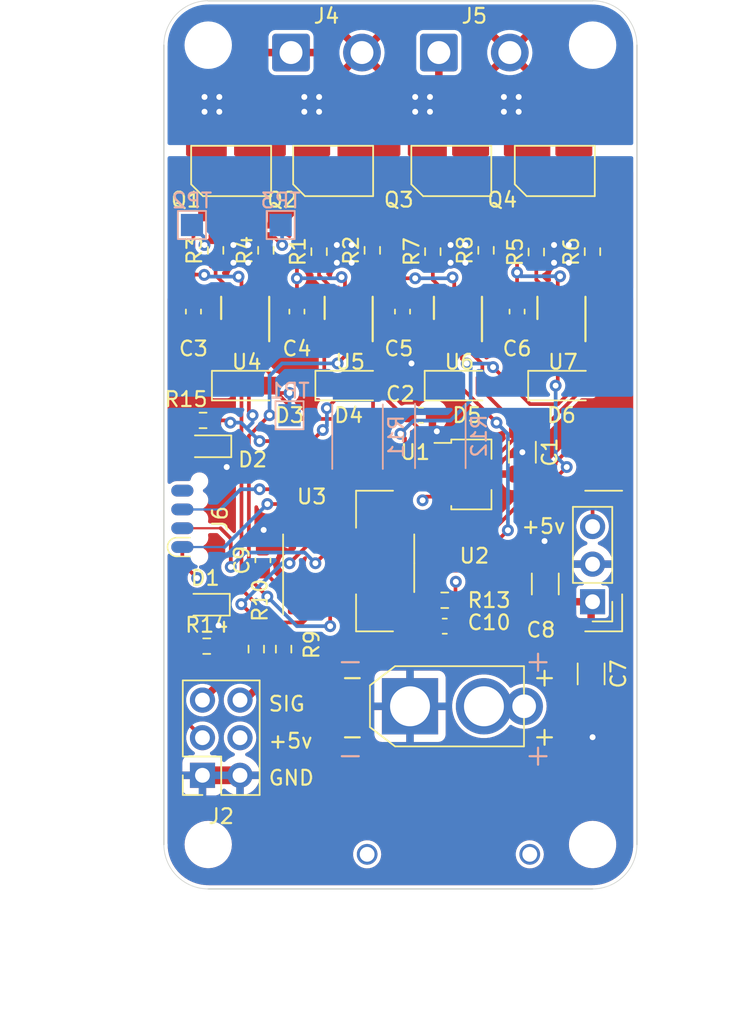
<source format=kicad_pcb>
(kicad_pcb (version 20210424) (generator pcbnew)
  (layers (0 "F.Cu" signal) (1 "In1.Cu" signal) (2 "In2.Cu" signal) (31 "B.Cu" signal) (34 "B.Paste" user) (35 "F.Paste" user) (36 "B.SilkS" user "B.Silkscreen") (37 "F.SilkS" user "F.Silkscreen") (38 "B.Mask" user) (39 "F.Mask" user) (44 "Edge.Cuts" user))
  (net 0 "")
  (net 1 "+12V")
  (net 2 "GND")
  (net 3 "VBAT")
  (net 4 "+5V")
  (net 5 "PWMIN_1")
  (net 6 "PWMIN_2")
  (net 7 "RXDEBUG")
  (net 10 "UPDI")
  (net 12 "TXDEBUG")
  (net 13 "MOTORF_1")
  (net 14 "MOTORR_1")
  (net 15 "MOTORF_2")
  (net 16 "MOTORR_2")
  (net 17 "MOTOR_ENABLE_2")
  (net 18 "/driver1/BOOST1")
  (net 19 "/driver1/MOTORS2")
  (net 20 "/driver1/BOOST2")
  (net 21 "/driver1/MOTORS1")
  (net 22 "/driver2/BOOST1")
  (net 23 "/driver2/MOTORS2")
  (net 24 "/driver2/BOOST2")
  (net 25 "/driver2/MOTORS1")
  (net 26 "/driver1/GATEH1")
  (net 27 "GNDSHUNT")
  (net 28 "/driver1/GATEL1")
  (net 29 "/driver1/GATEH2")
  (net 30 "/driver1/GATEL2")
  (net 31 "/driver2/GATEH1")
  (net 32 "/driver2/GATEL1")
  (net 33 "/driver2/GATEH2")
  (net 34 "/driver2/GATEL2")
  (net 35 "/driver1/MOTORH2")
  (net 36 "/driver1/MOTORL2")
  (net 37 "/driver1/MOTORH1")
  (net 38 "/driver1/MOTORL1")
  (net 39 "/driver2/MOTORH2")
  (net 40 "/driver2/MOTORL2")
  (net 41 "/driver2/MOTORH1")
  (net 42 "/driver2/MOTORL1")
  (net 43 "MOTOR_ENABLE_1")
  (net 44 "/P1")
  (net 45 "/P2")
  (net 46 "/ISENSE")
  (net 47 "Net-(D1-Pad2)")
  (net 48 "Net-(D2-Pad2)")
  (footprint "Capacitor_SMD:C_0603_1608Metric" (layer "F.Cu") (at 107.5 92 90)
    (fp_text reference "C3")
    (fp_text value "2.2uF 50V")
  )
  (footprint "Resistor_SMD:R_0603_1608Metric" (layer "F.Cu") (at 127.2925 87.8625 90)
    (fp_text reference "R8")
    (fp_text value "10R")
  )
  (footprint "Resistor_SMD:R_0603_1608Metric" (layer "F.Cu") (at 116 87.95 90)
    (fp_text reference "R1")
    (fp_text value "10R")
  )
  (footprint "Resistor_SMD:R_0603_1608Metric" (layer "F.Cu") (at 123.6925 87.95 90)
    (fp_text reference "R7")
    (fp_text value "10R")
  )
  (footprint "Connector_Wire:SolderWire-0.75sqmm_1x02_P4.8mm_D1.25mm_OD2.3mm" (layer "F.Cu") (at 114.1 74.5)
    (fp_text reference "J4")
    (fp_text value "motor_out")
  )
  (footprint "beetledouble:Infineon-PG-TDSON" (layer "F.Cu") (at 124.9425 82.5)
    (fp_text reference "Q3")
    (fp_text value "AON6884")
  )
  (footprint "Package_TO_SOT_SMD:SOT-89-3" (layer "F.Cu") (at 126 103)
    (fp_text reference "U1")
    (fp_text value "78L12G-AB3-R ")
  )
  (footprint "Diode_SMD:D_SOD-123" (layer "F.Cu") (at 125.3925 97)
    (fp_text reference "D5")
    (fp_text value "B5819W")
  )
  (footprint "Diode_SMD:D_SOD-123" (layer "F.Cu") (at 132.3925 97)
    (fp_text reference "D6")
    (fp_text value "B5819W")
  )
  (footprint "Resistor_SMD:R_0603_1608Metric" (layer "F.Cu") (at 130.6925 87.975 90)
    (fp_text reference "R5")
    (fp_text value "10R")
  )
  (footprint "Capacitor_SMD:C_0603_1608Metric" (layer "F.Cu") (at 121.6425 92 90)
    (fp_text reference "C5")
    (fp_text value "2.2uF 50V")
  )
  (footprint "beetledouble:Infineon-PG-TDSON" (layer "F.Cu") (at 110.05 82.5)
    (fp_text reference "Q1")
    (fp_text value "AON6884")
  )
  (footprint "Capacitor_SMD:C_0603_1608Metric" (layer "F.Cu") (at 112.2 108.8 90)
    (fp_text reference "C9")
    (fp_text value "0.1uF")
  )
  (footprint "MountingHole:MountingHole_2.7mm_M2.5" (layer "F.Cu") (at 134.5 128)
    (fp_text reference "H1" hide)
    (fp_text value "MountingHole" hide)
  )
  (footprint "Capacitor_SMD:C_1206_3216Metric" (layer "F.Cu") (at 129.75 101.5 -90)
    (fp_text reference "C1")
    (fp_text value "10uF 50V")
  )
  (footprint "Capacitor_SMD:C_1206_3216Metric" (layer "F.Cu") (at 134.4 116.475 -90)
    (fp_text reference "C7")
    (fp_text value "10uF 50V")
  )
  (footprint "Capacitor_SMD:C_0603_1608Metric" (layer "F.Cu") (at 122.8925 99)
    (fp_text reference "C2")
    (fp_text value "2.2uF 50V")
  )
  (footprint "Resistor_SMD:R_0603_1608Metric" (layer "F.Cu") (at 111.75 114.8 90)
    (fp_text reference "R10")
    (fp_text value "1k")
  )
  (footprint "Capacitor_SMD:C_1206_3216Metric" (layer "F.Cu") (at 131.3 110.4 90)
    (fp_text reference "C8")
    (fp_text value "10uF 50V")
  )
  (footprint "LED_SMD:LED_0603_1608Metric_Pad1.05x0.95mm_HandSolder" (layer "F.Cu") (at 108.3 111.8 180)
    (fp_text reference "D1")
    (fp_text value "LED")
  )
  (footprint "beetledouble:DFN-8-3x3mm_hand1" (layer "F.Cu") (at 111 92.5 90)
    (fp_text reference "U4")
    (fp_text value "ADP3110A")
  )
  (footprint "MountingHole:MountingHole_2.7mm_M2.5" (layer "F.Cu") (at 108.5 128)
    (fp_text reference "H2" hide)
    (fp_text value "MountingHole" hide)
  )
  (footprint "beetledouble:Infineon-PG-TDSON" (layer "F.Cu") (at 116.95 82.5)
    (fp_text reference "Q2")
    (fp_text value "AON6884")
  )
  (footprint "Resistor_SMD:R_0603_1608Metric" (layer "F.Cu") (at 112.4 87.8625 90)
    (fp_text reference "R4")
    (fp_text value "10R")
  )
  (footprint "beetledouble:Infineon-PG-TDSON" (layer "F.Cu") (at 131.9425 82.5)
    (fp_text reference "Q4")
    (fp_text value "AON6884")
  )
  (footprint "Resistor_SMD:R_0603_1608Metric" (layer "F.Cu") (at 109 87.8625 90)
    (fp_text reference "R3")
    (fp_text value "10R")
  )
  (footprint "beetledouble:DFN-8-3x3mm_hand1" (layer "F.Cu") (at 132.3925 92.5 90)
    (fp_text reference "U7")
    (fp_text value "ADP3110A")
  )
  (footprint "LED_SMD:LED_0603_1608Metric_Pad1.05x0.95mm_HandSolder" (layer "F.Cu") (at 108.4 101.1 180)
    (fp_text reference "D2")
    (fp_text value "LED")
  )
  (footprint "Resistor_SMD:R_0603_1608Metric" (layer "F.Cu") (at 108.15 99.35)
    (fp_text reference "R15")
    (fp_text value "1k")
  )
  (footprint "Capacitor_SMD:C_0603_1608Metric" (layer "F.Cu") (at 114.5 92 90)
    (fp_text reference "C4")
    (fp_text value "2.2uF 50V")
  )
  (footprint "Capacitor_SMD:C_0603_1608Metric" (layer "F.Cu") (at 129.3925 92 90)
    (fp_text reference "C6")
    (fp_text value "2.2uF 50V")
  )
  (footprint "Diode_SMD:D_SOD-123" (layer "F.Cu") (at 111 97)
    (fp_text reference "D3")
    (fp_text value "B5819W")
  )
  (footprint "Connector_PinSocket_2.54mm:PinSocket_2x03_P2.54mm_Vertical" (layer "F.Cu") (at 108.11 123.325 180)
    (fp_text reference "J2")
    (fp_text value "rxin")
  )
  (footprint "Package_SO:SOIC-14_3.9x8.7mm_P1.27mm" (layer "F.Cu") (at 118 109 90)
    (fp_text reference "U3")
    (fp_text value "ATtiny1614-SS")
  )
  (footprint "Resistor_SMD:R_0603_1608Metric" (layer "F.Cu") (at 108.4 114.6)
    (fp_text reference "R14")
    (fp_text value "1k")
  )
  (footprint "beetledouble:DFN-8-3x3mm_hand1" (layer "F.Cu") (at 125.3925 92.5 90)
    (fp_text reference "U6")
    (fp_text value "ADP3110A")
  )
  (footprint "Connector_Wire:SolderWire-0.75sqmm_1x02_P4.8mm_D1.25mm_OD2.3mm" (layer "F.Cu") (at 124.1 74.5)
    (fp_text reference "J5")
    (fp_text value "motor_out")
  )
  (footprint "Resistor_SMD:R_0603_1608Metric" (layer "F.Cu") (at 119.6 87.8625 90)
    (fp_text reference "R2")
    (fp_text value "10R")
  )
  (footprint "Diode_SMD:D_SOD-123" (layer "F.Cu") (at 118 97)
    (fp_text reference "D4")
    (fp_text value "B5819W")
  )
  (footprint "beetledouble:beetlepower" (layer "F.Cu") (at 122.25 118.6625)
    (fp_text reference "J1" hide)
    (fp_text value "XT30PW-M")
  )
  (footprint "Resistor_SMD:R_0603_1608Metric" (layer "F.Cu") (at 113.6 114.8 90)
    (fp_text reference "R9")
    (fp_text value "1k")
  )
  (footprint "MountingHole:MountingHole_2.7mm_M2.5" (layer "F.Cu") (at 134.5 74)
    (fp_text reference "H3" hide)
    (fp_text value "MountingHole" hide)
  )
  (footprint "Resistor_SMD:R_0603_1608Metric" (layer "F.Cu") (at 134.4925 87.95 90)
    (fp_text reference "R6")
    (fp_text value "10R")
  )
  (footprint "beetledouble:SOIC_clipProgSmall" (layer "F.Cu") (at 106 106 -90)
    (fp_text reference "J6")
    (fp_text value "prog connector")
  )
  (footprint "MountingHole:MountingHole_2.7mm_M2.5" (layer "F.Cu") (at 108.5 74)
    (fp_text reference "H4" hide)
    (fp_text value "MountingHole" hide)
  )
  (footprint "beetledouble:DFN-8-3x3mm_hand1" (layer "F.Cu") (at 118 92.5 90)
    (fp_text reference "U5")
    (fp_text value "ADP3110A")
  )
  (footprint "Capacitor_SMD:C_0603_1608Metric" (layer "F.Cu") (at 124.5 113.25)
    (fp_text reference "C10")
    (fp_text value "2.2uF")
  )
  (footprint "Resistor_SMD:R_0603_1608Metric" (layer "F.Cu") (at 124.5 111.5 180)
    (fp_text reference "R13")
    (fp_text value "1k")
  )
  (footprint "beetledouble:aliexpress_regulator_3p" (layer "F.Cu") (at 134.5 111.6 180)
    (fp_text reference "U2")
    (fp_text value "DD4012SB")
  )
  (footprint "Resistor_SMD:R_2512_6332Metric_Pad1.40x3.35mm_HandSolder" (layer "B.Cu") (at 124.2 100.4 90)
    (fp_text reference "R12")
    (fp_text value "0.01 ohm")
  )
  (footprint "TestPoint:TestPoint_Pad_1.5x1.5mm" (layer "B.Cu") (at 107.4 86.15 180)
    (fp_text reference "TP2")
    (fp_text value "TestPoint")
  )
  (footprint "TestPoint:TestPoint_Pad_1.5x1.5mm" (layer "B.Cu") (at 114 99 180)
    (fp_text reference "TP1")
    (fp_text value "TestPoint")
  )
  (footprint "TestPoint:TestPoint_Pad_1.5x1.5mm" (layer "B.Cu") (at 113.4 86.15 180)
    (fp_text reference "TP3")
    (fp_text value "TestPoint")
  )
  (footprint "Resistor_SMD:R_2512_6332Metric_Pad1.40x3.35mm_HandSolder" (layer "B.Cu") (at 118.6 100.45 90)
    (fp_text reference "R11")
    (fp_text value "0.01 ohm")
  )
  (gr_arc (start 134.5 128) (end 137.5 128) (angle 90) (layer "Edge.Cuts") (width 0.05))
  (gr_line (start 108.5 71) (end 134.5 71) (layer "Edge.Cuts") (width 0.1))
  (gr_arc (start 134.5 74) (end 134.5 71) (angle 90) (layer "Edge.Cuts") (width 0.05))
  (gr_arc (start 108.5 128) (end 108.5 131) (angle 90) (layer "Edge.Cuts") (width 0.05))
  (gr_line (start 134.5 131) (end 108.5 131) (layer "Edge.Cuts") (width 0.1))
  (gr_arc (start 108.5 74) (end 105.5 74) (angle 90) (layer "Edge.Cuts") (width 0.05))
  (gr_line (start 137.5 74) (end 137.5 128) (layer "Edge.Cuts") (width 0.1))
  (gr_line (start 105.5 128) (end 105.5 74) (layer "Edge.Cuts") (width 0.1))
  (gr_text "-" (at 118.11 115.57) (layer "B.SilkS") (effects (font (size 1.5 1.5))))
  (gr_text "+" (at 130.81 121.92) (layer "B.SilkS") (effects (font (size 1.5 1.5))))
  (gr_text "+" (at 130.81 115.57) (layer "B.SilkS") (effects (font (size 1.5 1.5))))
  (gr_text "-" (at 118.11 121.92) (layer "B.SilkS") (effects (font (size 1.5 1.5))))
  (gr_text "+5v" (at 112.5 121) (layer "F.SilkS") (effects (font (size 1 1)) (justify left)))
  (gr_text "SIG" (at 112.5 118.5) (layer "F.SilkS") (effects (font (size 1 1)) (justify left)))
  (gr_text "GND" (at 112.5 123.5) (layer "F.SilkS") (effects (font (size 1 1)) (justify left)))
  (gr_text "+5v" (at 132.75 106.5) (layer "F.SilkS") (effects (font (size 1 1)) (justify right)))
  (segment (start 119 99.25) (end 114.9 99.25) (width 0.25) (layer "F.Cu") (net 1))
  (segment (start 111.75 95.25) (end 111.75 94.2) (width 0.25) (layer "F.Cu") (net 1))
  (segment (start 122.1175 99.2675) (end 124.35 101.5) (width 0.25) (layer "F.Cu") (net 1))
  (segment (start 128.275 101.5) (end 129.75 100.025) (width 0.25) (layer "F.Cu") (net 1))
  (segment (start 134 96.9575) (end 134.0425 97) (width 0.25) (layer "F.Cu") (net 1))
  (segment (start 127.0425 97.3175) (end 127.0425 97) (width 0.25) (layer "F.Cu") (net 1))
  (segment (start 133.1425 94.2) (end 134 95.0575) (width 0.25) (layer "F.Cu") (net 1))
  (segment (start 119.65 97) (end 119.65 95.9) (width 0.25) (layer "F.Cu") (net 1))
  (segment (start 126.1425 94.6425) (end 127.0425 95.5425) (width 0.25) (layer "F.Cu") (net 1))
  (segment (start 114.9 99.25) (end 112.65 97) (width 0.25) (layer "F.Cu") (net 1))
  (segment (start 122.1175 99) (end 122.1175 99.2675) (width 0.25) (layer "F.Cu") (net 1))
  (segment (start 131.0175 100.025) (end 134.0425 97) (width 0.25) (layer "F.Cu") (net 1))
  (segment (start 124.35 101.5) (end 128.275 101.5) (width 0.25) (layer "F.Cu") (net 1))
  (segment (start 129.75 100.025) (end 127.0425 97.3175) (width 0.25) (layer "F.Cu") (net 1))
  (segment (start 119.65 97) (end 119.65 98.6) (width 0.25) (layer "F.Cu") (net 1))
  (segment (start 112.65 97) (end 112.65 96.15) (width 0.25) (layer "F.Cu") (net 1))
  (segment (start 134 95.0575) (end 134 96.9575) (width 0.25) (layer "F.Cu") (net 1))
  (segment (start 113.15 97.5) (end 112.65 97) (width 0.25) (layer "F.Cu") (net 1))
  (segment (start 112.65 96.15) (end 111.75 95.25) (width 0.25) (layer "F.Cu") (net 1))
  (segment (start 118.75 95) (end 118.75 94.2) (width 0.25) (layer "F.Cu") (net 1))
  (segment (start 121.65 99) (end 119.65 97) (width 0.25) (layer "F.Cu") (net 1))
  (segment (start 129.75 100.025) (end 131.0175 100.025) (width 0.25) (layer "F.Cu") (net 1))
  (segment (start 127.0425 95.5425) (end 127.0425 97) (width 0.25) (layer "F.Cu") (net 1))
  (segment (start 122.1175 99) (end 121.65 99) (width 0.25) (layer "F.Cu") (net 1))
  (segment (start 119.65 95.9) (end 118.75 95) (width 0.25) (layer "F.Cu") (net 1))
  (segment (start 119.65 98.6) (end 119 99.25) (width 0.25) (layer "F.Cu") (net 1))
  (segment (start 114 97.5) (end 113.15 97.5) (width 0.25) (layer "F.Cu") (net 1))
  (segment (start 126.1425 94.2) (end 126.1425 94.6425) (width 0.25) (layer "F.Cu") (net 1))
  (via (at 114 97.5) (size 0.8) (drill 0.4) (layers "F.Cu" "B.Cu") (net 1))
  (segment (start 114 99) (end 114 97.5) (width 0.25) (layer "B.Cu") (net 1))
  (segment (start 108.11 123.325) (end 110.65 123.325) (width 1.2) (layer "F.Cu") (net 2))
  (segment (start 122.5 92) (end 118.5 92) (width 0.25) (layer "F.Cu") (net 2))
  (segment (start 107.25 105.365) (end 109.135 105.365) (width 0.15) (layer "F.Cu") (net 2))
  (segment (start 124.4375 103) (end 126.25 103) (width 0.25) (layer "F.Cu") (net 2))
  (segment (start 109.135 105.365) (end 109.75 104.75) (width 0.25) (layer "F.Cu") (net 2))
  (segment (start 132.6425 90.8) (end 132.6425 92.25) (width 0.25) (layer "F.Cu") (net 2))
  (segment (start 134.5 109.06) (end 131.435 109.06) (width 0.5) (layer "F.Cu") (net 2))
  (segment (start 109.75 104.75) (end 109.75 102.5) (width 0.25) (layer "F.Cu") (net 2))
  (segment (start 125.6425 90.8) (end 125.6425 92.25) (width 0.25) (layer "F.Cu") (net 2))
  (segment (start 131.25 107.5) (end 131.25 108.875) (width 0.25) (layer "F.Cu") (net 2))
  (segment (start 125.6425 92.25) (end 125.3925 92.5) (width 0.25) (layer "F.Cu") (net 2))
  (segment (start 109.175 111.8) (end 109.175 113.175) (width 0.25) (layer "F.Cu") (net 2))
  (segment (start 116 92.5) (end 115.5 92) (width 0.25) (layer "F.Cu") (net 2))
  (segment (start 123.6675 99.792902) (end 123.962247 100.087649) (width 0.25) (layer "F.Cu") (net 2))
  (segment (start 126.25 103) (end 126.275 102.975) (width 0.25) (layer "F.Cu") (net 2))
  (segment (start 118.5 92) (end 118 92.5) (width 0.25) (layer "F.Cu") (net 2))
  (segment (start 111.5 92) (end 111 92.5) (width 0.25) (layer "F.Cu") (net 2))
  (segment (start 112.2 106.8) (end 112.25 106.75) (width 0.25) (layer "F.Cu") (net 2))
  (segment (start 112.69 108.025) (end 114.19 106.525) (width 0.25) (layer "F.Cu") (net 2))
  (segment (start 115.5 92) (end 111.5 92) (width 0.25) (layer "F.Cu") (net 2))
  (segment (start 118.25 92.25) (end 118 92.5) (width 0.25) (layer "F.Cu") (net 2))
  (segment (start 118.25 90.8) (end 118.25 92.25) (width 0.25) (layer "F.Cu") (net 2))
  (segment (start 109.75 102.5) (end 109.75 101.575) (width 0.25) (layer "F.Cu") (net 2))
  (segment (start 109.75 101.575) (end 109.275 101.1) (width 0.25) (layer "F.Cu") (net 2))
  (segment (start 111.25 92.25) (end 111 92.5) (width 0.25) (layer "F.Cu") (net 2))
  (segment (start 130.25 92) (end 125.8925 92) (width 0.25) (layer "F.Cu") (net 2))
  (segment (start 134.4 117.95) (end 134.4 120.65) (width 0.5) (layer "F.Cu") (net 2))
  (segment (start 131.25 108.875) (end 131.3 108.925) (width 0.25) (layer "F.Cu") (net 2))
  (segment (start 126.275 102.975) (end 129.75 102.975) (width 0.25) (layer "F.Cu") (net 2))
  (segment (start 109.175 113.175) (end 109.2 113.2) (width 0.25) (layer "F.Cu") (net 2))
  (segment (start 125.3925 92.5) (end 123 92.5) (width 0.25) (layer "F.Cu") (net 2))
  (segment (start 132.6425 92.25) (end 132.3925 92.5) (width 0.25) (layer "F.Cu") (net 2))
  (segment (start 112.2 108.025) (end 112.69 108.025) (width 0.25) (layer "F.Cu") (net 2))
  (segment (start 132.3925 92.5) (end 130.75 92.5) (width 0.25) (layer "F.Cu") (net 2))
  (segment (start 123 92.5) (end 122.5 92) (width 0.25) (layer "F.Cu") (net 2))
  (segment (start 134.4 120.65) (end 134.5 120.75) (width 0.5) (layer "F.Cu") (net 2))
  (segment (start 130.75 92.5) (end 130.25 92) (width 0.25) (layer "F.Cu") (net 2))
  (segment (start 118 92.5) (end 116 92.5) (width 0.25) (layer "F.Cu") (net 2))
  (segment (start 123.6675 99) (end 123.6675 99.792902) (width 0.25) (layer "F.Cu") (net 2))
  (segment (start 125.8925 92) (end 125.3925 92.5) (width 0.25) (layer "F.Cu") (net 2))
  (segment (start 129.75 102.975) (end 129.75 101.5) (width 0.25) (layer "F.Cu") (net 2))
  (segment (start 112.2 108.025) (end 112.2 106.8) (width 0.25) (layer "F.Cu") (net 2))
  (segment (start 131.435 109.06) (end 131.3 108.925) (width 0.5) (layer "F.Cu") (net 2))
  (segment (start 111.25 90.8) (end 111.25 92.25) (width 0.25) (layer "F.Cu") (net 2))
  (via (at 109.75 102.5) (size 0.8) (drill 0.4) (layers "F.Cu" "B.Cu") (net 2))
  (via (at 134.5 120.75) (size 0.8) (drill 0.4) (layers "F.Cu" "B.Cu") (net 2))
  (via (at 131.25 107.5) (size 0.8) (drill 0.4) (layers "F.Cu" "B.Cu") (net 2))
  (via (at 112.25 106.75) (size 0.8) (drill 0.4) (layers "F.Cu" "B.Cu") (net 2))
  (via (at 109.2 113.2) (size 0.8) (drill 0.4) (layers "F.Cu" "B.Cu") (net 2))
  (via (at 129.75 101.5) (size 0.8) (drill 0.4) (layers "F.Cu" "B.Cu") (net 2))
  (via (at 123.962247 100.087649) (size 0.8) (drill 0.4) (layers "F.Cu" "B.Cu") (net 2))
  (segment (start 134.4 111.9675) (end 134.6175 111.75) (width 0.5) (layer "F.Cu") (net 3))
  (segment (start 134.5 111.6) (end 131.575 111.6) (width 0.5) (layer "F.Cu") (net 3))
  (segment (start 106.75 109) (end 106.75 107.905) (width 0.25) (layer "F.Cu") (net 3))
  (segment (start 107.75 110) (end 106.75 109) (width 0.25) (layer "F.Cu") (net 3))
  (segment (start 134.4 115) (end 134.4 111.9675) (width 0.5) (layer "F.Cu") (net 3))
  (segment (start 124.35 104.5) (end 123.2495 104.5) (width 0.25) (layer "F.Cu") (net 3))
  (segment (start 131.575 111.6) (end 131.3 111.875) (width 0.5) (layer "F.Cu") (net 3))
  (segment (start 123.2495 104.5) (end 123 104.7495) (width 0.25) (layer "F.Cu") (net 3))
  (via (at 115 77.5) (size 0.8) (drill 0.4) (layers "F.Cu" "B.Cu") (net 3))
  (via (at 123 104.7495) (size 0.8) (drill 0.4) (layers "F.Cu" "B.Cu") (net 3))
  (via (at 123.5 77.5) (size 0.8) (drill 0.4) (layers "F.Cu" "B.Cu") (net 3))
  (via (at 122.5 77.5) (size 0.8) (drill 0.4) (layers "F.Cu" "B.Cu") (net 3))
  (via (at 107.75 110) (size 0.8) (drill 0.4) (layers "F.Cu" "B.Cu") (net 3))
  (via (at 116 78.5) (size 0.8) (drill 0.4) (layers "F.Cu" "B.Cu") (net 3))
  (via (at 129.5 77.5) (size 0.8) (drill 0.4) (layers "F.Cu" "B.Cu") (net 3))
  (via (at 128.5 77.5) (size 0.8) (drill 0.4) (layers "F.Cu" "B.Cu") (net 3))
  (via (at 108.25 77.5) (size 0.8) (drill 0.4) (layers "F.Cu" "B.Cu") (net 3))
  (via (at 129.5 78.5) (size 0.8) (drill 0.4) (layers "F.Cu" "B.Cu") (net 3))
  (via (at 116 77.5) (size 0.8) (drill 0.4) (layers "F.Cu" "B.Cu") (net 3))
  (via (at 108.25 78.5) (size 0.8) (drill 0.4) (layers "F.Cu" "B.Cu") (net 3))
  (via (at 123.5 78.5) (size 0.8) (drill 0.4) (layers "F.Cu" "B.Cu") (net 3))
  (via (at 122.5 78.5) (size 0.8) (drill 0.4) (layers "F.Cu" "B.Cu") (net 3))
  (via (at 109.25 78.5) (size 0.8) (drill 0.4) (layers "F.Cu" "B.Cu") (net 3))
  (via (at 128.5 78.5) (size 0.8) (drill 0.4) (layers "F.Cu" "B.Cu") (net 3))
  (via (at 109.25 77.5) (size 0.8) (drill 0.4) (layers "F.Cu" "B.Cu") (net 3))
  (via (at 115 78.5) (size 0.8) (drill 0.4) (layers "F.Cu" "B.Cu") (net 3))
  (segment (start 130.97452 103.545046) (end 126.519566 108) (width 0.25) (layer "F.Cu") (net 4))
  (segment (start 114.19 111.091854) (end 114.19 111.475) (width 0.25) (layer "F.Cu") (net 4))
  (segment (start 132 102.177723) (end 132 102.307141) (width 0.25) (layer "F.Cu") (net 4))
  (segment (start 109.225 114.6) (end 106.8 117.025) (width 0.25) (layer "F.Cu") (net 4))
  (segment (start 112.29 109.575) (end 114.19 111.475) (width 0.25) (layer "F.Cu") (net 4))
  (segment (start 130.97452 103.332621) (end 130.97452 103.545046) (width 0.25) (layer "F.Cu") (net 4))
  (segment (start 106.8 119.475) (end 108.11 120.785) (width 0.25) (layer "F.Cu") (net 4))
  (segment (start 126.519566 108) (end 118.75 108) (width 0.25) (layer "F.Cu") (net 4))
  (segment (start 134.5 106.52) (end 134.5 102.6) (width 0.25) (layer "F.Cu") (net 4))
  (segment (start 106.8 117.025) (end 106.8 119.475) (width 0.25) (layer "F.Cu") (net 4))
  (segment (start 134.5 102.6) (end 133.49 101.59) (width 0.25) (layer "F.Cu") (net 4))
  (segment (start 132.587723 101.59) (end 132 102.177723) (width 0.25) (layer "F.Cu") (net 4))
  (segment (start 132 102.307141) (end 130.97452 103.332621) (width 0.25) (layer "F.Cu") (net 4))
  (segment (start 116.75 110) (end 115.281854 110) (width 0.25) (layer "F.Cu") (net 4))
  (segment (start 112.2 109.575) (end 112.29 109.575) (width 0.25) (layer "F.Cu") (net 4))
  (segment (start 133.49 101.59) (end 132.587723 101.59) (width 0.25) (layer "F.Cu") (net 4))
  (segment (start 118.75 108) (end 116.75 110) (width 0.25) (layer "F.Cu") (net 4))
  (segment (start 115.281854 110) (end 114.19 111.091854) (width 0.25) (layer "F.Cu") (net 4))
  (segment (start 110.737701 111.762299) (end 111.75 112.774598) (width 0.25) (layer "F.Cu") (net 5))
  (segment (start 114 109) (end 115.46 107.54) (width 0.25) (layer "F.Cu") (net 5))
  (segment (start 111.75 112.774598) (end 111.75 113.975) (width 0.25) (layer "F.Cu") (net 5))
  (segment (start 115.46 107.54) (end 115.46 106.525) (width 0.25) (layer "F.Cu") (net 5))
  (via (at 114 109) (size 0.8) (drill 0.4) (layers "F.Cu" "B.Cu") (net 5))
  (via (at 110.737701 111.762299) (size 0.8) (drill 0.4) (layers "F.Cu" "B.Cu") (net 5))
  (segment (start 113.5 109) (end 114 109) (width 0.25) (layer "B.Cu") (net 5))
  (segment (start 110.737701 111.762299) (end 113.5 109) (width 0.25) (layer "B.Cu") (net 5))
  (segment (start 120.54 112.96) (end 120.54 111.475) (width 0.25) (layer "F.Cu") (net 6))
  (segment (start 119 114.5) (end 120.54 112.96) (width 0.25) (layer "F.Cu") (net 6))
  (segment (start 114.125 114.5) (end 119 114.5) (width 0.25) (layer "F.Cu") (net 6))
  (segment (start 113.6 113.975) (end 114.125 114.5) (width 0.25) (layer "F.Cu") (net 6))
  (segment (start 116.73 106.525) (end 116.73 108.02) (width 0.25) (layer "F.Cu") (net 7))
  (segment (start 110.0255 107.3255) (end 109.335 106.635) (width 0.25) (layer "F.Cu") (net 7))
  (segment (start 109.335 106.635) (end 107.25 106.635) (width 0.15) (layer "F.Cu") (net 7))
  (segment (start 116.73 108.02) (end 115.75 109) (width 0.25) (layer "F.Cu") (net 7))
  (segment (start 110.0255 109.25) (end 110.0255 107.3255) (width 0.25) (layer "F.Cu") (net 7))
  (via (at 110.0255 109.25) (size 0.8) (drill 0.4) (layers "F.Cu" "B.Cu") (net 7))
  (via (at 115.75 109) (size 0.8) (drill 0.4) (layers "F.Cu" "B.Cu") (net 7))
  (segment (start 115.75 109) (end 115.025489 108.275489) (width 0.25) (layer "B.Cu") (net 7))
  (segment (start 115.025489 108.275489) (end 111.000011 108.275489) (width 0.25) (layer "B.Cu") (net 7))
  (segment (start 111.000011 108.275489) (end 110.0255 109.25) (width 0.25) (layer "B.Cu") (net 7))
  (segment (start 111.9745 104) (end 117.72 104) (width 0.25) (layer "F.Cu") (net 10))
  (segment (start 119.27 105.55) (end 119.27 106.525) (width 0.25) (layer "F.Cu") (net 10))
  (segment (start 117.72 104) (end 119.27 105.55) (width 0.25) (layer "F.Cu") (net 10))
  (via (at 111.9745 104) (size 0.8) (drill 0.4) (layers "F.Cu" "B.Cu") (net 10))
  (segment (start 109.335 105.365) (end 110.7 104) (width 0.25) (layer "B.Cu") (net 10))
  (segment (start 110.7 104) (end 111.9745 104) (width 0.25) (layer "B.Cu") (net 10))
  (segment (start 107.25 105.365) (end 109.335 105.365) (width 0.15) (layer "B.Cu") (net 10))
  (segment (start 117.45 105) (end 118 105.55) (width 0.25) (layer "F.Cu") (net 12))
  (segment (start 112.5 105) (end 117.45 105) (width 0.25) (layer "F.Cu") (net 12))
  (segment (start 118 105.55) (end 118 106.525) (width 0.25) (layer "F.Cu") (net 12))
  (via (at 112.5 105) (size 0.8) (drill 0.4) (layers "F.Cu" "B.Cu") (net 12))
  (segment (start 109.595 107.905) (end 112.5 105) (width 0.25) (layer "B.Cu") (net 12))
  (segment (start 107.25 107.905) (end 109.595 107.905) (width 0.15) (layer "B.Cu") (net 12))
  (segment (start 114.91 113) (end 113 113) (width 0.25) (layer "F.Cu") (net 13))
  (segment (start 113 113) (end 110.75 110.75) (width 0.25) (layer "F.Cu") (net 13))
  (segment (start 115.46 111.475) (end 115.46 112.45) (width 0.25) (layer "F.Cu") (net 13))
  (segment (start 115.46 112.45) (end 114.91 113) (width 0.25) (layer "F.Cu") (net 13))
  (segment (start 110.75 110.75) (end 110.75 94.2) (width 0.25) (layer "F.Cu") (net 13))
  (segment (start 111.25 110) (end 112.5 111.25) (width 0.25) (layer "F.Cu") (net 14))
  (segment (start 111.25 100.400498) (end 111.25 110) (width 0.25) (layer "F.Cu") (net 14))
  (segment (start 117.75 94.2) (end 117.75 95) (width 0.25) (layer "F.Cu") (net 14))
  (segment (start 112.650498 99) (end 111.25 100.400498) (width 0.25) (layer "F.Cu") (net 14))
  (segment (start 116.75 113.25) (end 116.75 111.495) (width 0.25) (layer "F.Cu") (net 14))
  (segment (start 117.75 95) (end 117.25 95.5) (width 0.25) (layer "F.Cu") (net 14))
  (segment (start 116.75 111.495) (end 116.73 111.475) (width 0.25) (layer "F.Cu") (net 14))
  (via (at 112.5 111.25) (size 0.8) (drill 0.4) (layers "F.Cu" "B.Cu") (net 14))
  (via (at 116.75 113.25) (size 0.8) (drill 0.4) (layers "F.Cu" "B.Cu") (net 14))
  (via (at 112.650498 99) (size 0.8) (drill 0.4) (layers "F.Cu" "B.Cu") (net 14))
  (via (at 117.25 95.5) (size 0.8) (drill 0.4) (layers "F.Cu" "B.Cu") (net 14))
  (segment (start 114.5 113.25) (end 116.75 113.25) (width 0.25) (layer "B.Cu") (net 14))
  (segment (start 112.650498 99) (end 112.650498 96.349502) (width 0.25) (layer "B.Cu") (net 14))
  (segment (start 112.650498 96.349502) (end 113.5 95.5) (width 0.25) (layer "B.Cu") (net 14))
  (segment (start 112.5 111.25) (end 114.5 113.25) (width 0.25) (layer "B.Cu") (net 14))
  (segment (start 113.5 95.5) (end 117.25 95.5) (width 0.25) (layer "B.Cu") (net 14))
  (segment (start 120.05048 108.44952) (end 127.094644 108.44952) (width 0.25) (layer "F.Cu") (net 15))
  (segment (start 118 111.475) (end 118 110.5) (width 0.25) (layer "F.Cu") (net 15))
  (segment (start 128 99.5) (end 125.1425 96.6425) (width 0.25) (layer "F.Cu") (net 15))
  (segment (start 125.1425 96.6425) (end 125.1425 94.2) (width 0.25) (layer "F.Cu") (net 15))
  (segment (start 127.094644 108.44952) (end 128.772082 106.772082) (width 0.25) (layer "F.Cu") (net 15))
  (segment (start 118 110.5) (end 120.05048 108.44952) (width 0.25) (layer "F.Cu") (net 15))
  (via (at 128 99.5) (size 0.8) (drill 0.4) (layers "F.Cu" "B.Cu") (net 15))
  (via (at 128.772082 106.772082) (size 0.8) (drill 0.4) (layers "F.Cu" "B.Cu") (net 15))
  (segment (start 128 99.5) (end 128.772082 100.272082) (width 0.25) (layer "B.Cu") (net 15))
  (segment (start 128.772082 100.272082) (end 128.772082 106.772082) (width 0.25) (layer "B.Cu") (net 15))
  (segment (start 132.1425 94.2) (end 132.1425 96.8575) (width 0.25) (layer "F.Cu") (net 16))
  (segment (start 129.97548 106.774519) (end 127.25 109.5) (width 0.25) (layer "F.Cu") (net 16))
  (segment (start 127.25 109.5) (end 120.25 109.5) (width 0.25) (layer "F.Cu") (net 16))
  (segment (start 120.25 109.5) (end 119.27 110.48) (width 0.25) (layer "F.Cu") (net 16))
  (segment (start 129.97548 105.27452) (end 129.97548 106.774519) (width 0.25) (layer "F.Cu") (net 16))
  (segment (start 132.1425 96.8575) (end 132 97) (width 0.25) (layer "F.Cu") (net 16))
  (segment (start 119.27 110.48) (end 119.27 111.475) (width 0.25) (layer "F.Cu") (net 16))
  (segment (start 132.75 102.5) (end 129.97548 105.27452) (width 0.25) (layer "F.Cu") (net 16))
  (via (at 132 97) (size 0.8) (drill 0.4) (layers "F.Cu" "B.Cu") (net 16))
  (via (at 132.75 102.5) (size 0.8) (drill 0.4) (layers "F.Cu" "B.Cu") (net 16))
  (segment (start 132 97) (end 132 101.75) (width 0.25) (layer "B.Cu") (net 16))
  (segment (start 132 101.75) (end 132.75 102.5) (width 0.25) (layer "B.Cu") (net 16))
  (segment (start 127.767 95.75) (end 130.267 98.25) (width 0.25) (layer "F.Cu") (net 17))
  (segment (start 121.81 106.525) (end 121.81 100.56) (width 0.25) (layer "F.Cu") (net 17))
  (segment (start 132.156782 98.25) (end 133 97.406782) (width 0.25) (layer "F.Cu") (net 17))
  (segment (start 121.81 100.56) (end 121.5 100.25) (width 0.25) (layer "F.Cu") (net 17))
  (segment (start 125.6425 95.167098) (end 125.6425 94.2) (width 0.25) (layer "F.Cu") (net 17))
  (segment (start 133 96) (end 132.6425 95.6425) (width 0.25) (layer "F.Cu") (net 17))
  (segment (start 133 97.406782) (end 133 96) (width 0.25) (layer "F.Cu") (net 17))
  (segment (start 125.987701 95.512299) (end 125.6425 95.167098) (width 0.25) (layer "F.Cu") (net 17))
  (segment (start 132.6425 95.6425) (end 132.6425 94.2) (width 0.25) (layer "F.Cu") (net 17))
  (segment (start 130.267 98.25) (end 132.156782 98.25) (width 0.25) (layer "F.Cu") (net 17))
  (via (at 127.767 95.75) (size 0.8) (drill 0.4) (layers "F.Cu" "B.Cu") (net 17))
  (via (at 121.5 100.25) (size 0.8) (drill 0.4) (layers "F.Cu" "B.Cu") (net 17))
  (via (at 125.987701 95.512299) (size 0.8) (drill 0.4) (layers "F.Cu" "B.Cu") (net 17))
  (segment (start 121.5 100.25) (end 122.386862 99.363138) (width 0.25) (layer "B.Cu") (net 17))
  (segment (start 126.25 95.774598) (end 125.987701 95.512299) (width 0.25) (layer "B.Cu") (net 17))
  (segment (start 126.25 97.994568) (end 126.25 95.774598) (width 0.25) (layer "B.Cu") (net 17))
  (segment (start 122.386862 99.363138) (end 124.88143 99.363138) (width 0.25) (layer "B.Cu") (net 17))
  (segment (start 127.529299 95.512299) (end 125.987701 95.512299) (width 0.25) (layer "B.Cu") (net 17))
  (segment (start 124.88143 99.363138) (end 126.25 97.994568) (width 0.25) (layer "B.Cu") (net 17))
  (segment (start 127.767 95.75) (end 127.529299 95.512299) (width 0.25) (layer "B.Cu") (net 17))
  (segment (start 109.3 94.2) (end 108.925 94.2) (width 0.25) (layer "F.Cu") (net 18))
  (segment (start 108.925 94.2) (end 107.5 92.775) (width 0.25) (layer "F.Cu") (net 18))
  (segment (start 110.25 94.2) (end 109.3 94.2) (width 0.25) (layer "F.Cu") (net 18))
  (segment (start 109.35 94.25) (end 109.3 94.2) (width 0.25) (layer "F.Cu") (net 18))
  (segment (start 109.35 97) (end 109.35 94.25) (width 0.25) (layer "F.Cu") (net 18))
  (segment (start 115.045 84.854022) (end 115.949511 83.949511) (width 0.5) (layer "F.Cu") (net 19))
  (segment (start 114.5 85.845) (end 115.045 85.3) (width 0.25) (layer "F.Cu") (net 19))
  (segment (start 114.5 89.75) (end 114.5 85.845) (width 0.25) (layer "F.Cu") (net 19))
  (segment (start 115.949511 83.949511) (end 117.009609 83.949511) (width 0.5) (layer "F.Cu") (net 19))
  (segment (start 115.045 85.3) (end 115.045 84.854022) (width 0.5) (layer "F.Cu") (net 19))
  (segment (start 114.5 91.225) (end 114.5 89.75) (width 0.25) (layer "F.Cu") (net 19))
  (segment (start 117.009609 83.949511) (end 118.2 82.75912) (width 0.5) (layer "F.Cu") (net 19))
  (segment (start 117.75 89.897998) (end 117.5204 89.668398) (width 0.25) (layer "F.Cu") (net 19))
  (segment (start 118.2 82.75912) (end 118.2 81.6) (width 0.5) (layer "F.Cu") (net 19))
  (segment (start 117.75 90.8) (end 117.75 89.897998) (width 0.25) (layer "F.Cu") (net 19))
  (via (at 114.5 89.75) (size 0.8) (drill 0.4) (layers "F.Cu" "B.Cu") (net 19))
  (via (at 117.5204 89.668398) (size 0.8) (drill 0.4) (layers "F.Cu" "B.Cu") (net 19))
  (segment (start 117.5204 89.668398) (end 117.438798 89.75) (width 0.25) (layer "B.Cu") (net 19))
  (segment (start 117.438798 89.75) (end 114.5 89.75) (width 0.25) (layer "B.Cu") (net 19))
  (segment (start 116.3 94.2) (end 117.25 94.2) (width 0.25) (layer "F.Cu") (net 20))
  (segment (start 116.05 94.2) (end 116.3 94.2) (width 0.25) (layer "F.Cu") (net 20))
  (segment (start 115.975 94.25) (end 116 94.25) (width 0.25) (layer "F.Cu") (net 20))
  (segment (start 116.35 94.25) (end 116.3 94.2) (width 0.25) (layer "F.Cu") (net 20))
  (segment (start 116 94.25) (end 116.05 94.2) (width 0.25) (layer "F.Cu") (net 20))
  (segment (start 114.5 92.775) (end 115.975 94.25) (width 0.25) (layer "F.Cu") (net 20))
  (segment (start 116.35 97) (end 116.35 94.25) (width 0.25) (layer "F.Cu") (net 20))
  (segment (start 108.232078 89.520638) (end 108.21144 89.5) (width 0.25) (layer "F.Cu") (net 21))
  (segment (start 108.949511 83.949511) (end 110.109609 83.949511) (width 0.5) (layer "F.Cu") (net 21))
  (segment (start 110.109609 83.949511) (end 111.3 82.75912) (width 0.5) (layer "F.Cu") (net 21))
  (segment (start 110.75 90.8) (end 110.75 89.834914) (width 0.25) (layer "F.Cu") (net 21))
  (segment (start 108.145 84.754022) (end 108.949511 83.949511) (width 0.5) (layer "F.Cu") (net 21))
  (segment (start 111.3 82.75912) (end 111.3 81.6) (width 0.5) (layer "F.Cu") (net 21))
  (segment (start 107.5 85.945) (end 108.145 85.3) (width 0.25) (layer "F.Cu") (net 21))
  (segment (start 107.5 89.5) (end 107.5 85.945) (width 0.25) (layer "F.Cu") (net 21))
  (segment (start 108.145 85.3) (end 108.145 84.754022) (width 0.5) (layer "F.Cu") (net 21))
  (segment (start 108.21144 89.5) (end 107.5 89.5) (width 0.25) (layer "F.Cu") (net 21))
  (segment (start 110.75 89.834914) (end 110.550949 89.635863) (width 0.25) (layer "F.Cu") (net 21))
  (segment (start 107.5 91.225) (end 107.5 89.5) (width 0.25) (layer "F.Cu") (net 21))
  (via (at 108.232078 89.520638) (size 0.8) (drill 0.4) (layers "F.Cu" "B.Cu") (net 21))
  (via (at 110.550949 89.635863) (size 0.8) (drill 0.4) (layers "F.Cu" "B.Cu") (net 21))
  (segment (start 110.550949 89.635863) (end 108.347303 89.635863) (width 0.25) (layer "B.Cu") (net 21))
  (segment (start 108.347303 89.635863) (end 108.232078 89.520638) (width 0.25) (layer "B.Cu") (net 21))
  (segment (start 123.0675 94.2) (end 121.6425 92.775) (width 0.25) (layer "F.Cu") (net 22))
  (segment (start 123.0675 94.2) (end 123.0675 96.325) (width 0.25) (layer "F.Cu") (net 22))
  (segment (start 124.6425 94.2) (end 123.0675 94.2) (width 0.25) (layer "F.Cu") (net 22))
  (segment (start 123.0675 96.325) (end 123.7425 97) (width 0.25) (layer "F.Cu") (net 22))
  (segment (start 130.0375 84.2) (end 130.2375 84) (width 0.5) (layer "F.Cu") (net 23))
  (segment (start 130.0375 85.3) (end 130.0375 84.2) (width 0.5) (layer "F.Cu") (net 23))
  (segment (start 132.1425 90.8) (end 132.1425 89.77032) (width 0.25) (layer "F.Cu") (net 23))
  (segment (start 131.95162 84) (end 133.1925 82.75912) (width 0.5) (layer "F.Cu") (net 23))
  (segment (start 129.3925 89.3575) (end 129.3925 85.945) (width 0.25) (layer "F.Cu") (net 23))
  (segment (start 130.2375 84) (end 131.95162 84) (width 0.5) (layer "F.Cu") (net 23))
  (segment (start 129.3925 85.945) (end 130.0375 85.3) (width 0.25) (layer "F.Cu") (net 23))
  (segment (start 133.1925 82.75912) (end 133.1925 81.6) (width 0.5) (layer "F.Cu") (net 23))
  (segment (start 129.3925 91.225) (end 129.3925 89.3575) (width 0.25) (layer "F.Cu") (net 23))
  (segment (start 132.1425 89.77032) (end 132.300288 89.612532) (width 0.25) (layer "F.Cu") (net 23))
  (via (at 129.3925 89.3575) (size 0.8) (drill 0.4) (layers "F.Cu" "B.Cu") (net 23))
  (via (at 132.300288 89.612532) (size 0.8) (drill 0.4) (layers "F.Cu" "B.Cu") (net 23))
  (segment (start 129.647532 89.612532) (end 129.3925 89.3575) (width 0.25) (layer "B.Cu") (net 23))
  (segment (start 132.300288 89.612532) (end 129.647532 89.612532) (width 0.25) (layer "B.Cu") (net 23))
  (segment (start 130.8175 94.2) (end 129.3925 92.775) (width 0.25) (layer "F.Cu") (net 24))
  (segment (start 130.7425 94.275) (end 130.7425 97) (width 0.25) (layer "F.Cu") (net 24))
  (segment (start 131.6425 94.2) (end 130.8175 94.2) (width 0.25) (layer "F.Cu") (net 24))
  (segment (start 130.8175 94.2) (end 130.7425 94.275) (width 0.25) (layer "F.Cu") (net 24))
  (segment (start 123.0375 85.3) (end 123.0375 84.855) (width 0.5) (layer "F.Cu") (net 25))
  (segment (start 123.0375 84.855) (end 123.942989 83.949511) (width 0.5) (layer "F.Cu") (net 25))
  (segment (start 121.6425 91.225) (end 121.6425 89.6425) (width 0.25) (layer "F.Cu") (net 25))
  (segment (start 121.6425 89.6425) (end 121.6425 86.695) (width 0.25) (layer "F.Cu") (net 25))
  (segment (start 125.1425 89.807487) (end 125.025612 89.690599) (width 0.25) (layer "F.Cu") (net 25))
  (segment (start 123.942989 83.949511) (end 125.002109 83.949511) (width 0.5) (layer "F.Cu") (net 25))
  (segment (start 121.6425 86.695) (end 123.0375 85.3) (width 0.25) (layer "F.Cu") (net 25))
  (segment (start 125.002109 83.949511) (end 126.1925 82.75912) (width 0.5) (layer "F.Cu") (net 25))
  (segment (start 126.1925 82.75912) (end 126.1925 81.6) (width 0.5) (layer "F.Cu") (net 25))
  (segment (start 121.75 89.75) (end 121.6425 89.6425) (width 0.25) (layer "F.Cu") (net 25))
  (segment (start 125.1425 90.8) (end 125.1425 89.807487) (width 0.25) (layer "F.Cu") (net 25))
  (segment (start 122.5 89.75) (end 121.75 89.75) (width 0.25) (layer "F.Cu") (net 25))
  (via (at 125.025612 89.690599) (size 0.8) (drill 0.4) (layers "F.Cu" "B.Cu") (net 25))
  (via (at 122.5 89.75) (size 0.8) (drill 0.4) (layers "F.Cu" "B.Cu") (net 25))
  (segment (start 124.966211 89.75) (end 122.5 89.75) (width 0.25) (layer "B.Cu") (net 25))
  (segment (start 125.025612 89.690599) (end 124.966211 89.75) (width 0.25) (layer "B.Cu") (net 25))
  (segment (start 109.415 85.3) (end 109.415 86.6225) (width 0.25) (layer "F.Cu") (net 26))
  (segment (start 108.7125 87.0375) (end 108.25 87.5) (width 0.25) (layer "F.Cu") (net 26))
  (segment (start 109.415 86.6225) (end 109 87.0375) (width 0.25) (layer "F.Cu") (net 26))
  (segment (start 109 87.0375) (end 108.7125 87.0375) (width 0.25) (layer "F.Cu") (net 26))
  (via (at 108.25 87.5) (size 0.8) (drill 0.4) (layers "F.Cu" "B.Cu") (net 26))
  (segment (start 108.25 87.5) (end 108.25 87) (width 0.25) (layer "B.Cu") (net 26))
  (segment (start 108.25 87) (end 107.4 86.15) (width 0.25) (layer "B.Cu") (net 26))
  (segment (start 125.225 111.6) (end 125.225 110.275) (width 0.25) (layer "F.Cu") (net 27))
  (segment (start 125.225 110.275) (end 125.25 110.25) (width 0.25) (layer "F.Cu") (net 27))
  (via (at 124.8925 87.5) (size 0.8) (drill 0.4) (layers "F.Cu" "B.Cu") (net 27))
  (via (at 118.2 88.7) (size 0.8) (drill 0.4) (layers "F.Cu" "B.Cu") (net 27))
  (via (at 117.2 88.7) (size 0.8) (drill 0.4) (layers "F.Cu" "B.Cu") (net 27))
  (via (at 124.8925 88.7) (size 0.8) (drill 0.4) (layers "F.Cu" "B.Cu") (net 27))
  (via (at 125.8925 88.7) (size 0.8) (drill 0.4) (layers "F.Cu" "B.Cu") (net 27))
  (via (at 117.2 87.5) (size 0.8) (drill 0.4) (layers "F.Cu" "B.Cu") (net 27))
  (via (at 111.2 88.7) (size 0.8) (drill 0.4) (layers "F.Cu" "B.Cu") (net 27))
  (via (at 111.2 87.5) (size 0.8) (drill 0.4) (layers "F.Cu" "B.Cu") (net 27))
  (via (at 132.8925 87.5) (size 0.8) (drill 0.4) (layers "F.Cu" "B.Cu") (net 27))
  (via (at 125.25 110.25) (size 0.8) (drill 0.4) (layers "F.Cu" "B.Cu") (net 27))
  (via (at 131.8925 88.7) (size 0.8) (drill 0.4) (layers "F.Cu" "B.Cu") (net 27))
  (via (at 125.8925 87.5) (size 0.8) (drill 0.4) (layers "F.Cu" "B.Cu") (net 27))
  (via (at 110.2 87.5) (size 0.8) (drill 0.4) (layers "F.Cu" "B.Cu") (net 27))
  (via (at 110.2 88.7) (size 0.8) (drill 0.4) (layers "F.Cu" "B.Cu") (net 27))
  (via (at 118.2 87.5) (size 0.8) (drill 0.4) (layers "F.Cu" "B.Cu") (net 27))
  (via (at 132.8925 88.7) (size 0.8) (drill 0.4) (layers "F.Cu" "B.Cu") (net 27))
  (via (at 122.25 95.5) (size 0.8) (drill 0.4) (layers "F.Cu" "B.Cu") (net 27))
  (via (at 131.8925 87.5) (size 0.8) (drill 0.4) (layers "F.Cu" "B.Cu") (net 27))
  (segment (start 118.6 97.4) (end 124.15 97.4) (width 1.2) (layer "B.Cu") (net 27))
  (segment (start 124.15 97.4) (end 124.2 97.35) (width 1.2) (layer "B.Cu") (net 27))
  (segment (start 111.955 85.3) (end 111.955 86.5925) (width 0.25) (layer "F.Cu") (net 28))
  (segment (start 112.4 87.0375) (end 113.0375 87.0375) (width 0.25) (layer "F.Cu") (net 28))
  (segment (start 111.955 86.5925) (end 112.4 87.0375) (width 0.25) (layer "F.Cu") (net 28))
  (segment (start 113.0375 87.0375) (end 113.5 87.5) (width 0.25) (layer "F.Cu") (net 28))
  (via (at 113.5 87.5) (size 0.8) (drill 0.4) (layers "F.Cu" "B.Cu") (net 28))
  (segment (start 113.5 87.5) (end 113.5 86.25) (width 0.25) (layer "B.Cu") (net 28))
  (segment (start 113.5 86.25) (end 113.4 86.15) (width 0.25) (layer "B.Cu") (net 28))
  (segment (start 116.315 85.3) (end 116.315 86.81) (width 0.25) (layer "F.Cu") (net 29))
  (segment (start 116.315 86.81) (end 116 87.125) (width 0.25) (layer "F.Cu") (net 29))
  (segment (start 118.855 85.3) (end 118.855 86.2925) (width 0.25) (layer "F.Cu") (net 30))
  (segment (start 118.855 86.2925) (end 119.6 87.0375) (width 0.25) (layer "F.Cu") (net 30))
  (segment (start 124.3075 86.51) (end 123.6925 87.125) (width 0.25) (layer "F.Cu") (net 31))
  (segment (start 124.3075 85.3) (end 124.3075 86.51) (width 0.25) (layer "F.Cu") (net 31))
  (segment (start 126.8475 86.5925) (end 127.2925 87.0375) (width 0.25) (layer "F.Cu") (net 32))
  (segment (start 126.8475 85.3) (end 126.8475 86.5925) (width 0.25) (layer "F.Cu") (net 32))
  (segment (start 131.3075 86.535) (end 130.6925 87.15) (width 0.25) (layer "F.Cu") (net 33))
  (segment (start 131.3075 85.3) (end 131.3075 86.535) (width 0.25) (layer "F.Cu") (net 33))
  (segment (start 133.8475 86.48) (end 134.4925 87.125) (width 0.25) (layer "F.Cu") (net 34))
  (segment (start 133.8475 85.3) (end 133.8475 86.48) (width 0.25) (layer "F.Cu") (net 34))
  (segment (start 116 88.775) (end 116 89.55) (width 0.25) (layer "F.Cu") (net 35))
  (segment (start 116 89.55) (end 117.25 90.8) (width 0.25) (layer "F.Cu") (net 35))
  (segment (start 119.6 89.95) (end 118.75 90.8) (width 0.25) (layer "F.Cu") (net 36))
  (segment (start 119.6 88.6875) (end 119.6 89.95) (width 0.25) (layer "F.Cu") (net 36))
  (segment (start 109 89.55) (end 110.25 90.8) (width 0.25) (layer "F.Cu") (net 37))
  (segment (start 109 88.6875) (end 109 89.55) (width 0.25) (layer "F.Cu") (net 37))
  (segment (start 112.4 90.15) (end 111.75 90.8) (width 0.25) (layer "F.Cu") (net 38))
  (segment (start 112.4 88.6875) (end 112.4 90.15) (width 0.25) (layer "F.Cu") (net 38))
  (segment (start 130.6925 89.85) (end 131.6425 90.8) (width 0.25) (layer "F.Cu") (net 39))
  (segment (start 130.6925 88.8) (end 130.6925 89.85) (width 0.25) (layer "F.Cu") (net 39))
  (segment (start 133.1425 90.8) (end 134.4925 89.45) (width 0.25) (layer "F.Cu") (net 40))
  (segment (start 134.4925 89.45) (end 134.4925 88.775) (width 0.25) (layer "F.Cu") (net 40))
  (segment (start 123.6925 89.85) (end 124.6425 90.8) (width 0.25) (layer "F.Cu") (net 41))
  (segment (start 123.6925 88.775) (end 123.6925 89.85) (width 0.25) (layer "F.Cu") (net 41))
  (segment (start 126.8925 90.05) (end 126.8925 90) (width 0.25) (layer "F.Cu") (net 42))
  (segment (start 127.2925 89.6) (end 127.2925 88.6875) (width 0.25) (layer "F.Cu") (net 42))
  (segment (start 126.8925 90) (end 127.2925 89.6) (width 0.25) (layer "F.Cu") (net 42))
  (segment (start 126.1425 90.8) (end 126.8925 90.05) (width 0.25) (layer "F.Cu") (net 42))
  (segment (start 111.25 94.2) (end 111.25 98.75) (width 0.25) (layer "F.Cu") (net 43))
  (segment (start 115.74 100.75) (end 120.54 105.55) (width 0.25) (layer "F.Cu") (net 43))
  (segment (start 120.54 105.55) (end 120.54 106.525) (width 0.25) (layer "F.Cu") (net 43))
  (segment (start 118.25 94.2) (end 118.25 96.80141) (width 0.25) (layer "F.Cu") (net 43))
  (segment (start 109.85 99.35) (end 110 99.5) (width 0.25) (layer "F.Cu") (net 43))
  (segment (start 115.74 100.51) (end 115.74 100.75) (width 0.25) (layer "F.Cu") (net 43))
  (segment (start 111.9745 100.75) (end 115.74 100.75) (width 0.25) (layer "F.Cu") (net 43))
  (segment (start 116.25 100) (end 115.74 100.51) (width 0.25) (layer "F.Cu") (net 43))
  (segment (start 111.25 98.75) (end 111.5 99) (width 0.25) (layer "F.Cu") (net 43))
  (segment (start 108.975 99.35) (end 109.85 99.35) (width 0.25) (layer "F.Cu") (net 43))
  (segment (start 118.25 96.80141) (end 116.52591 98.5255) (width 0.25) (layer "F.Cu") (net 43))
  (via (at 110 99.5) (size 0.8) (drill 0.4) (layers "F.Cu" "B.Cu") (net 43))
  (via (at 111.5 99) (size 0.8) (drill 0.4) (layers "F.Cu" "B.Cu") (net 43))
  (via (at 116.52591 98.5255) (size 0.8) (drill 0.4) (layers "F.Cu" "B.Cu") (net 43))
  (via (at 111.9745 100.75) (size 0.8) (drill 0.4) (layers "F.Cu" "B.Cu") (net 43))
  (via (at 116.25 100) (size 0.8) (drill 0.4) (layers "F.Cu" "B.Cu") (net 43))
  (segment (start 110 99.5) (end 110.7245 99.5) (width 0.25) (layer "B.Cu") (net 43))
  (segment (start 111.5 99.5) (end 111.11225 99.88775) (width 0.25) (layer "B.Cu") (net 43))
  (segment (start 110.7245 99.5) (end 111.11225 99.88775) (width 0.25) (layer "B.Cu") (net 43))
  (segment (start 111.11225 99.88775) (end 111.9745 100.75) (width 0.25) (layer "B.Cu") (net 43))
  (segment (start 116.52591 98.5255) (end 116.52591 99.72409) (width 0.25) (layer "B.Cu") (net 43))
  (segment (start 116.52591 99.72409) (end 116.25 100) (width 0.25) (layer "B.Cu") (net 43))
  (segment (start 111.5 99) (end 111.5 99.5) (width 0.25) (layer "B.Cu") (net 43))
  (segment (start 108.11 118.245) (end 110.73 115.625) (width 0.5) (layer "F.Cu") (net 44))
  (segment (start 110.73 115.625) (end 111.75 115.625) (width 0.5) (layer "F.Cu") (net 44))
  (segment (start 110.98 118.245) (end 113.6 115.625) (width 0.5) (layer "F.Cu") (net 45))
  (segment (start 110.65 118.245) (end 110.98 118.245) (width 0.5) (layer "F.Cu") (net 45))
  (segment (start 123.675 113.2) (end 123.725 113.25) (width 0.25) (layer "F.Cu") (net 46))
  (segment (start 123.675 111.5) (end 123.675 113.2) (width 0.25) (layer "F.Cu") (net 46))
  (segment (start 121.81 111.475) (end 123.45 111.475) (width 0.25) (layer "F.Cu") (net 46))
  (segment (start 123.45 111.475) (end 123.575 111.6) (width 0.25) (layer "F.Cu") (net 46))
  (segment (start 107.425 111.8) (end 107.425 114.45) (width 0.25) (layer "F.Cu") (net 47))
  (segment (start 107.425 114.45) (end 107.575 114.6) (width 0.25) (layer "F.Cu") (net 47))
  (segment (start 107.525 99.55) (end 107.325 99.35) (width 0.25) (layer "F.Cu") (net 48))
  (segment (start 107.525 101.1) (end 107.525 99.55) (width 0.25) (layer "F.Cu") (net 48))
  (zone (net 21) (net_name "/driver1/MOTORS1") (layer "F.Cu") (connect_pads thru_hole_only (clearance 0.25)) (min_thickness 0.254) (fill yes (thermal_gap 0.508) (thermal_bridge_width 0.508))
    (polygon (pts (xy 116.5 76) (xy 113.75 76) (xy 113.75 81.5) (xy 110.25 81.5) (xy 110.25 76.5) (xy 110.5 72.5) (xy 116.5 72.5)))
  )
  (zone (net 3) (net_name "VBAT") (layer "F.Cu") (connect_pads thru_hole_only (clearance 0.25)) (min_thickness 0.254) (fill yes (thermal_gap 0.508) (thermal_bridge_width 0.508))
    (polygon (pts (xy 109.75 81.5) (xy 107 81.5) (xy 107 76.5) (xy 109.75 76.5)))
  )
  (zone (net 3) (net_name "VBAT") (layer "F.Cu") (connect_pads thru_hole_only (clearance 0.25)) (min_thickness 0.254) (fill yes (thermal_gap 0.508) (thermal_bridge_width 0.508))
    (polygon (pts (xy 124.5 78.25) (xy 124.5 81.5) (xy 122 81.5) (xy 122 77) (xy 123.5 77)))
  )
  (zone (net 3) (net_name "VBAT") (layer "F.Cu") (connect_pads thru_hole_only (clearance 0.25)) (min_thickness 0.254) (fill yes (thermal_gap 0.508) (thermal_bridge_width 0.508))
    (polygon (pts (xy 116.75 81.5) (xy 114.25 81.5) (xy 114.25 76.5) (xy 116.75 76.5)))
  )
  (zone (net 2) (net_name "GND") (layer "F.Cu") (connect_pads (clearance 0.25)) (min_thickness 0.254) (fill yes (thermal_gap 0.508) (thermal_bridge_width 0.508))
    (polygon (pts (xy 137.5 131) (xy 105.5 131) (xy 105.5 91) (xy 137.5 91)))
  )
  (zone (net 25) (net_name "/driver2/MOTORS1") (layer "F.Cu") (connect_pads thru_hole_only (clearance 0.25)) (min_thickness 0.254) (fill yes (thermal_gap 0.508) (thermal_bridge_width 0.508))
    (polygon (pts (xy 126 76.5) (xy 127.5 76.5) (xy 127.5 81.5) (xy 125 81.5) (xy 125 78) (xy 122.5 75.5) (xy 122.25 72.5) (xy 126 72.5)))
  )
  (zone (net 3) (net_name "VBAT") (layer "F.Cu") (connect_pads thru_hole_only (clearance 0.25)) (min_thickness 0.254) (fill yes (thermal_gap 0.508) (thermal_bridge_width 0.508))
    (polygon (pts (xy 131.5 81.5) (xy 128.5 81.5) (xy 128.5 77) (xy 129 77) (xy 131.5 79.25)))
  )
  (zone (net 23) (net_name "/driver2/MOTORS2") (layer "F.Cu") (connect_pads thru_hole_only (clearance 0.25)) (min_thickness 0.254) (fill yes (thermal_gap 0.508) (thermal_bridge_width 0.508))
    (polygon (pts (xy 134.481744 76.5) (xy 134.481744 81.5) (xy 131.981744 81.5) (xy 132 78.75) (xy 129 76) (xy 126.5 76) (xy 126.5 72.5) (xy 130.5 72.5)))
  )
  (zone (net 27) (net_name "GNDSHUNT") (layer "F.Cu") (connect_pads thru_hole_only (clearance 0.25)) (min_thickness 0.254) (fill yes (thermal_gap 0.508) (thermal_bridge_width 0.508))
    (polygon (pts (xy 137.5 90.5) (xy 105.5 90.5) (xy 105.5 82.5) (xy 137.5 82.5)))
  )
  (zone (net 19) (net_name "/driver1/MOTORS2") (layer "F.Cu") (connect_pads thru_hole_only (clearance 0.25)) (min_thickness 0.254) (fill yes (thermal_gap 0.508) (thermal_bridge_width 0.508))
    (polygon (pts (xy 121.5 76.75) (xy 121.5 81.5) (xy 117.25 81.5) (xy 117.25 76.5) (xy 117.25 72.5) (xy 121.5 72.5)))
  )
  (zone (net 2) (net_name "GND") (layer "B.Cu") (connect_pads thru_hole_only (clearance 0.25)) (min_thickness 0.254) (fill yes (thermal_gap 0.508) (thermal_bridge_width 0.508))
    (polygon (pts (xy 137.5 131) (xy 105.5 131) (xy 105.5 98.5) (xy 137.5 98.5)))
  )
  (zone (net 27) (net_name "GNDSHUNT") (layer "B.Cu") (connect_pads thru_hole_only (clearance 0.25)) (min_thickness 0.254) (fill yes (thermal_gap 0.508) (thermal_bridge_width 0.508))
    (polygon (pts (xy 135.5 84.5) (xy 126.25 97) (xy 126.25 97.75) (xy 116.5 97.5) (xy 109.75 88) (xy 109.75 81.75) (xy 135.5 81.75)))
  )
  (zone (net 3) (net_name "VBAT") (layer "B.Cu") (connect_pads thru_hole_only (clearance 0.25)) (min_thickness 0.254) (fill yes (thermal_gap 0.508) (thermal_bridge_width 0.508))
    (polygon (pts (xy 137.5 71) (xy 137.5 80.75) (xy 105.5 80.75) (xy 105.5 71)))
  )
  (zone (net 27) (net_name "GNDSHUNT") (layer "B.Cu") (connect_pads thru_hole_only (clearance 0.25)) (min_thickness 0.254) (fill yes (thermal_gap 0.508) (thermal_bridge_width 0.508))
    (polygon (pts (xy 137.5 97.75) (xy 105.5 97.75) (xy 105.5 81.5) (xy 137.5 81.5)))
  )
)
</source>
